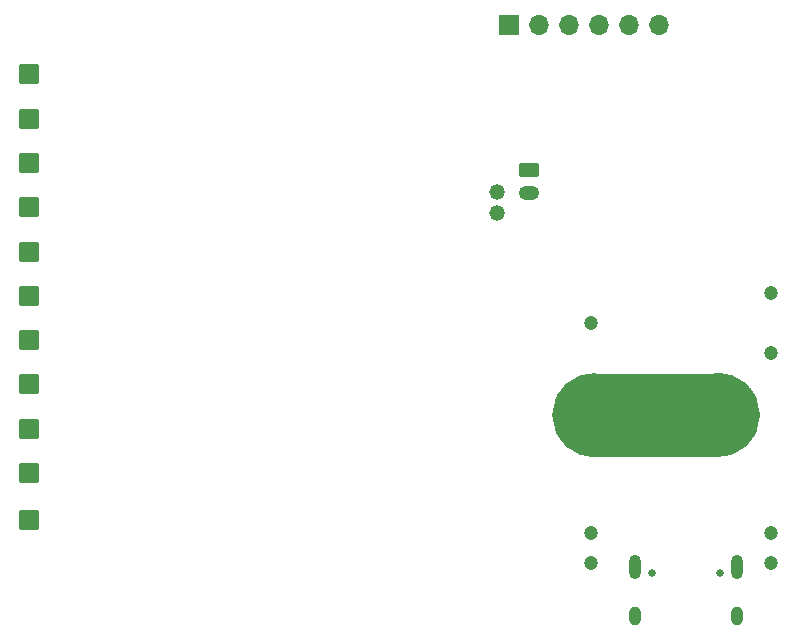
<source format=gbr>
%TF.GenerationSoftware,KiCad,Pcbnew,9.0.2*%
%TF.CreationDate,2025-12-06T18:07:06+09:00*%
%TF.ProjectId,ECG,4543472e-6b69-4636-9164-5f7063625858,rev?*%
%TF.SameCoordinates,Original*%
%TF.FileFunction,Soldermask,Bot*%
%TF.FilePolarity,Negative*%
%FSLAX46Y46*%
G04 Gerber Fmt 4.6, Leading zero omitted, Abs format (unit mm)*
G04 Created by KiCad (PCBNEW 9.0.2) date 2025-12-06 18:07:06*
%MOMM*%
%LPD*%
G01*
G04 APERTURE LIST*
G04 Aperture macros list*
%AMRoundRect*
0 Rectangle with rounded corners*
0 $1 Rounding radius*
0 $2 $3 $4 $5 $6 $7 $8 $9 X,Y pos of 4 corners*
0 Add a 4 corners polygon primitive as box body*
4,1,4,$2,$3,$4,$5,$6,$7,$8,$9,$2,$3,0*
0 Add four circle primitives for the rounded corners*
1,1,$1+$1,$2,$3*
1,1,$1+$1,$4,$5*
1,1,$1+$1,$6,$7*
1,1,$1+$1,$8,$9*
0 Add four rect primitives between the rounded corners*
20,1,$1+$1,$2,$3,$4,$5,0*
20,1,$1+$1,$4,$5,$6,$7,0*
20,1,$1+$1,$6,$7,$8,$9,0*
20,1,$1+$1,$8,$9,$2,$3,0*%
G04 Aperture macros list end*
%ADD10C,0.100000*%
%ADD11C,3.550000*%
%ADD12RoundRect,0.262500X-0.612500X-0.612500X0.612500X-0.612500X0.612500X0.612500X-0.612500X0.612500X0*%
%ADD13C,0.650000*%
%ADD14O,1.000000X2.100000*%
%ADD15O,1.000000X1.600000*%
%ADD16R,1.700000X1.700000*%
%ADD17O,1.700000X1.700000*%
%ADD18C,1.320000*%
%ADD19C,1.200000*%
%ADD20RoundRect,0.250000X-0.625000X0.350000X-0.625000X-0.350000X0.625000X-0.350000X0.625000X0.350000X0*%
%ADD21O,1.750000X1.200000*%
G04 APERTURE END LIST*
D10*
X181500000Y-99017767D02*
X191964466Y-99017767D01*
X191964466Y-106017767D01*
X181500000Y-106017767D01*
X181500000Y-99017767D01*
G36*
X181500000Y-99017767D02*
G01*
X191964466Y-99017767D01*
X191964466Y-106017767D01*
X181500000Y-106017767D01*
X181500000Y-99017767D01*
G37*
D11*
X183275000Y-102517767D02*
G75*
G02*
X179725000Y-102517767I-1775000J0D01*
G01*
X179725000Y-102517767D02*
G75*
G02*
X183275000Y-102517767I1775000J0D01*
G01*
X193757233Y-102500000D02*
G75*
G02*
X190207233Y-102500000I-1775000J0D01*
G01*
X190207233Y-102500000D02*
G75*
G02*
X193757233Y-102500000I1775000J0D01*
G01*
D12*
%TO.C,TP3*%
X133675000Y-81175000D03*
%TD*%
%TO.C,TP7*%
X133675000Y-96175000D03*
%TD*%
%TO.C,TP5*%
X133675000Y-88675000D03*
%TD*%
%TO.C,TP10*%
X133675000Y-107425000D03*
%TD*%
%TO.C,TP2*%
X133675000Y-77425000D03*
%TD*%
%TO.C,TP11*%
X133675000Y-111425000D03*
%TD*%
%TO.C,TP4*%
X133675000Y-84925000D03*
%TD*%
%TO.C,TP6*%
X133675000Y-92425000D03*
%TD*%
%TO.C,TP9*%
X133675000Y-103675000D03*
%TD*%
%TO.C,TP1*%
X133675000Y-73675000D03*
%TD*%
%TO.C,TP8*%
X133675000Y-99925000D03*
%TD*%
D13*
%TO.C,J2*%
X186360000Y-115900000D03*
X192140000Y-115900000D03*
D14*
X184930000Y-115370000D03*
D15*
X184930000Y-119550000D03*
D14*
X193570000Y-115370000D03*
D15*
X193570000Y-119550000D03*
%TD*%
D16*
%TO.C,J1*%
X174250000Y-69500000D03*
D17*
X176790000Y-69500000D03*
X179329999Y-69500000D03*
X181870000Y-69500000D03*
X184410000Y-69500000D03*
X186950000Y-69500000D03*
%TD*%
D18*
%TO.C,TH1*%
X173250000Y-85400000D03*
X173250000Y-83600000D03*
%TD*%
D19*
%TO.C,PS2*%
X181225000Y-115055000D03*
X181225000Y-112515000D03*
X181225000Y-94735000D03*
X196465000Y-92195000D03*
X196465000Y-97275000D03*
X196465000Y-112515000D03*
X196465000Y-115055000D03*
%TD*%
D20*
%TO.C,BT1*%
X176000000Y-81749999D03*
D21*
X176000000Y-83750000D03*
%TD*%
M02*

</source>
